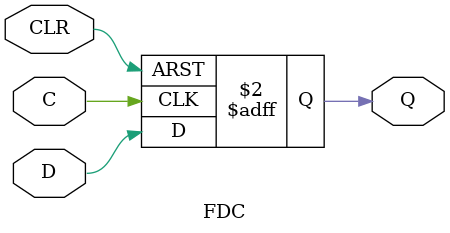
<source format=v>

/*

FUNCTION    : D-FLIP-FLOP with async clear

*/

// `celldefine
`timescale  100 ps / 10 ps

module FDC (Q, C, CLR, D);

    parameter INIT = 1'b0;

    output Q;
    reg    Q;

    input  C, CLR, D;

    always @(posedge CLR or posedge C)
        if (CLR)
        Q <= 0;
        else
            Q <= D;

endmodule

</source>
